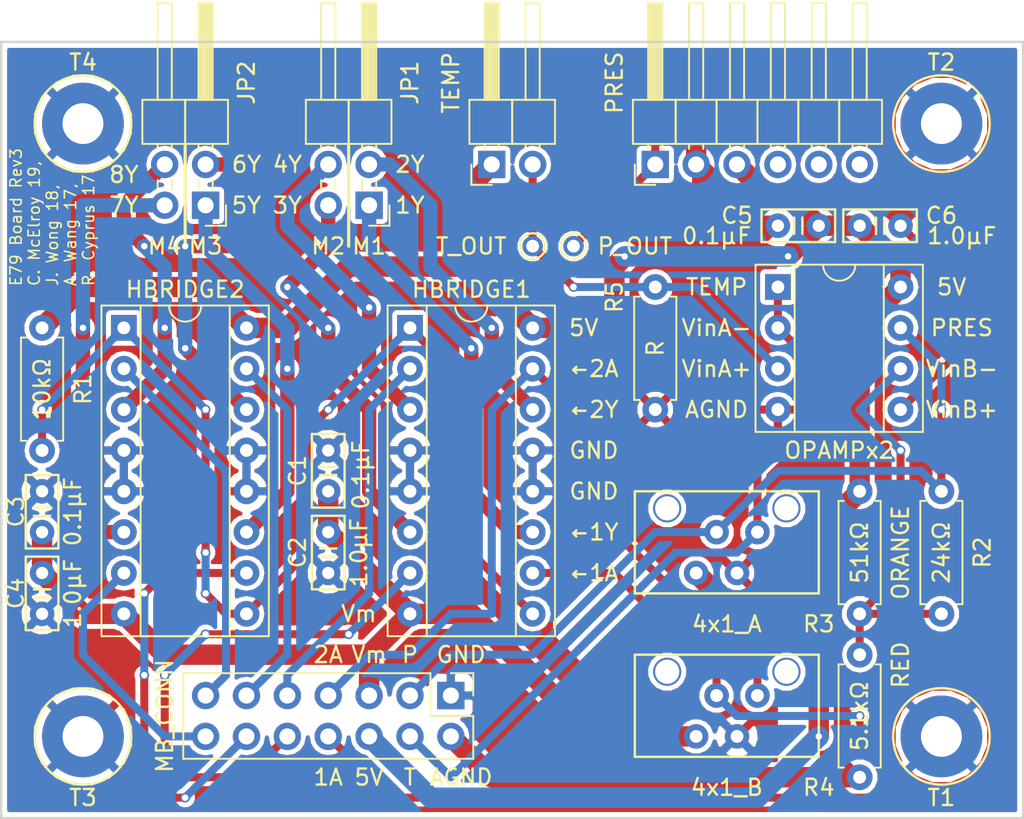
<source format=kicad_pcb>
(kicad_pcb (version 4) (host pcbnew 4.0.6)
  (layers (0 F.Cu signal) (31 B.Cu signal) (34 B.Paste user) (35 F.Paste user) (36 B.SilkS user) (37 F.SilkS user) (38 B.Mask user) (39 F.Mask user) (44 Edge.Cuts user))
  (net 0 "")
  (net 1 +5V)
  (net 2 PRES)
  (net 3 AGND)
  (net 4 TEMP)
  (net 5 Vm)
  (net 6 1A)
  (net 7 Earth)
  (net 8 2A)
  (net 9 pullup)
  (net 10 3A)
  (net 11 3Y)
  (net 12 2Y)
  (net 13 4Y)
  (net 14 1Y)
  (net 15 4A)
  (net 16 7A)
  (net 17 6A)
  (net 18 7Y)
  (net 19 6Y)
  (net 20 8Y)
  (net 21 5Y)
  (net 22 8A)
  (net 23 5A)
  (net 24 "Net-(OPAMP1-Pad5)")
  (net 25 "Net-(OPAMP1-Pad3)")
  (net 26 "Net-(OPAMP1-Pad6)")
  (module Pin_Headers:Pin_Header_Angled_1x06_Pitch2.54mm (layer F.Cu) (at 121.92 86.36 90)
    (fp_text reference PRES (at 5.08 -2.54 90) (layer F.SilkS))
    (fp_text value CONN_01x06_FEMALE hide)
    (pad 1 thru_hole rect (at 0 0 90) (size 1.7 1.7) (drill 1) (layers *.Cu *.Mask) (net 24 "Net-(OPAMP1-Pad5)"))
    (pad 2 thru_hole oval (at 0 2.54 90) (size 1.7 1.7) (drill 1) (layers *.Cu *.Mask) (net 3 AGND))
    (pad 3 thru_hole oval (at 0 5.08 90) (size 1.7 1.7) (drill 1) (layers *.Cu *.Mask) (net 1 +5V))
    (pad 4 thru_hole oval (at 0 7.62 90) (size 1.7 1.7) (drill 1) (layers *.Cu *.Mask))
    (pad 5 thru_hole oval (at 0 10.16 90) (size 1.7 1.7) (drill 1) (layers *.Cu *.Mask))
    (pad 6 thru_hole oval (at 0 12.7 90) (size 1.7 1.7) (drill 1) (layers *.Cu *.Mask))
  )
  (module MCB_footprints:Molex_Picoflex_Header_903250004 (layer F.Cu) (at 125.73 110.49)
    (fp_text reference 4x1_A (at 0.635 4.445) (layer F.SilkS))
    (fp_text value CONN_A hide)
    (pad ~ thru_hole circle (at -3.07 -2.75) (size 1.75 1.75) (drill 1.5) (layers *.Cu *.Mask))
    (pad 1 thru_hole circle (at -1.27 1.27) (size 1.524 1.524) (drill 0.8) (layers *.Cu *.Mask) (net 1 +5V))
    (pad 2 thru_hole circle (at 0 -1.27) (size 1.524 1.524) (drill 0.8) (layers *.Cu *.Mask) (net 2 PRES))
    (pad 3 thru_hole circle (at 1.27 1.27) (size 1.524 1.524) (drill 0.8) (layers *.Cu *.Mask) (net 3 AGND))
    (pad 4 thru_hole circle (at 2.54 -1.27) (size 1.524 1.524) (drill 0.8) (layers *.Cu *.Mask) (net 4 TEMP))
    (pad ~ thru_hole circle (at 4.34 -2.75) (size 1.75 1.75) (drill 1.5) (layers *.Cu *.Mask))
  )
  (module MCB_footprints:Molex_Picoflex_Header_903250004 (layer F.Cu) (at 125.73 120.65)
    (fp_text reference 4x1_B (at 0.635 4.445) (layer F.SilkS))
    (fp_text value CONN_B hide)
    (pad ~ thru_hole circle (at -3.07 -2.75) (size 1.75 1.75) (drill 1.5) (layers *.Cu *.Mask))
    (pad 1 thru_hole circle (at -1.27 1.27) (size 1.524 1.524) (drill 0.8) (layers *.Cu *.Mask) (net 5 Vm))
    (pad 2 thru_hole circle (at 0 -1.27) (size 1.524 1.524) (drill 0.8) (layers *.Cu *.Mask) (net 6 1A))
    (pad 3 thru_hole circle (at 1.27 1.27) (size 1.524 1.524) (drill 0.8) (layers *.Cu *.Mask) (net 7 Earth))
    (pad 4 thru_hole circle (at 2.54 -1.27) (size 1.524 1.524) (drill 0.8) (layers *.Cu *.Mask) (net 8 2A))
    (pad ~ thru_hole circle (at 4.34 -2.75) (size 1.75 1.75) (drill 1.5) (layers *.Cu *.Mask))
  )
  (module MCB_footprints:Standard_Capacitor (layer F.Cu) (at 101.6 104.14 270)
    (fp_text reference C1 (at 1.27 1.905 270) (layer F.SilkS))
    (fp_text value 0.1µF (at 1.524 -2.032 270) (layer F.SilkS))
    (pad 1 thru_hole circle (at 0 0 270) (size 1.524 1.524) (drill 0.762) (layers *.Cu *.Mask) (net 7 Earth))
    (pad 2 thru_hole circle (at 2.54 0 270) (size 1.524 1.524) (drill 0.762) (layers *.Cu *.Mask) (net 5 Vm))
  )
  (module MCB_footprints:Standard_Capacitor (layer F.Cu) (at 101.6 111.76 90)
    (fp_text reference C2 (at 1.27 -1.905 90) (layer F.SilkS))
    (fp_text value 1.0µF (at 1.27 1.905 90) (layer F.SilkS))
    (pad 1 thru_hole circle (at 0 0 90) (size 1.524 1.524) (drill 0.762) (layers *.Cu *.Mask) (net 7 Earth))
    (pad 2 thru_hole circle (at 2.54 0 90) (size 1.524 1.524) (drill 0.762) (layers *.Cu *.Mask) (net 5 Vm))
  )
  (module MCB_footprints:Standard_Capacitor (layer F.Cu) (at 83.82 106.68 270)
    (fp_text reference C3 (at 1.27 1.651 270) (layer F.SilkS))
    (fp_text value 0.1µF (at 1.27 -1.905 270) (layer F.SilkS))
    (pad 1 thru_hole circle (at 0 0 270) (size 1.524 1.524) (drill 0.762) (layers *.Cu *.Mask) (net 7 Earth))
    (pad 2 thru_hole circle (at 2.54 0 270) (size 1.524 1.524) (drill 0.762) (layers *.Cu *.Mask) (net 5 Vm))
  )
  (module MCB_footprints:Standard_Capacitor (layer F.Cu) (at 83.82 114.3 90)
    (fp_text reference C4 (at 1.27 -1.651 90) (layer F.SilkS))
    (fp_text value 1.0µF (at 1.27 1.905 90) (layer F.SilkS))
    (pad 1 thru_hole circle (at 0 0 90) (size 1.524 1.524) (drill 0.762) (layers *.Cu *.Mask) (net 7 Earth))
    (pad 2 thru_hole circle (at 2.54 0 90) (size 1.524 1.524) (drill 0.762) (layers *.Cu *.Mask) (net 5 Vm))
  )
  (module MCB_footprints:Standard_Capacitor (layer F.Cu) (at 129.54 90.17)
    (fp_text reference C5 (at -2.54 -0.635) (layer F.SilkS))
    (fp_text value 0.1µF (at -3.81 0.635) (layer F.SilkS))
    (pad 1 thru_hole circle (at 0 0) (size 1.524 1.524) (drill 0.762) (layers *.Cu *.Mask) (net 3 AGND))
    (pad 2 thru_hole circle (at 2.54 0) (size 1.524 1.524) (drill 0.762) (layers *.Cu *.Mask) (net 1 +5V))
  )
  (module MCB_footprints:Standard_Capacitor (layer F.Cu) (at 137.16 90.17 180)
    (fp_text reference C6 (at -2.54 0.635 180) (layer F.SilkS))
    (fp_text value 1.0µF (at -3.81 -0.635 180) (layer F.SilkS))
    (pad 1 thru_hole circle (at 0 0 180) (size 1.524 1.524) (drill 0.762) (layers *.Cu *.Mask) (net 3 AGND))
    (pad 2 thru_hole circle (at 2.54 0 180) (size 1.524 1.524) (drill 0.762) (layers *.Cu *.Mask) (net 1 +5V))
  )
  (module Housings_DIP:DIP-16_W7.62mm_Socket (layer F.Cu) (at 106.68 96.52)
    (fp_text reference HBRIDGE1 (at 3.81 -2.39) (layer F.SilkS))
    (fp_text value H-Bridge hide)
    (pad 1 thru_hole rect (at 0 0) (size 1.6 1.6) (drill 0.8) (layers *.Cu *.Mask) (net 9 pullup))
    (pad 9 thru_hole oval (at 7.62 17.78) (size 1.6 1.6) (drill 0.8) (layers *.Cu *.Mask) (net 9 pullup))
    (pad 2 thru_hole oval (at 0 2.54) (size 1.6 1.6) (drill 0.8) (layers *.Cu *.Mask) (net 15 4A))
    (pad 10 thru_hole oval (at 7.62 15.24) (size 1.6 1.6) (drill 0.8) (layers *.Cu *.Mask) (net 6 1A))
    (pad 3 thru_hole oval (at 0 5.08) (size 1.6 1.6) (drill 0.8) (layers *.Cu *.Mask) (net 13 4Y))
    (pad 11 thru_hole oval (at 7.62 12.7) (size 1.6 1.6) (drill 0.8) (layers *.Cu *.Mask) (net 14 1Y))
    (pad 4 thru_hole oval (at 0 7.62) (size 1.6 1.6) (drill 0.8) (layers *.Cu *.Mask) (net 7 Earth))
    (pad 12 thru_hole oval (at 7.62 10.16) (size 1.6 1.6) (drill 0.8) (layers *.Cu *.Mask) (net 7 Earth))
    (pad 5 thru_hole oval (at 0 10.16) (size 1.6 1.6) (drill 0.8) (layers *.Cu *.Mask) (net 7 Earth))
    (pad 13 thru_hole oval (at 7.62 7.62) (size 1.6 1.6) (drill 0.8) (layers *.Cu *.Mask) (net 7 Earth))
    (pad 6 thru_hole oval (at 0 12.7) (size 1.6 1.6) (drill 0.8) (layers *.Cu *.Mask) (net 11 3Y))
    (pad 14 thru_hole oval (at 7.62 5.08) (size 1.6 1.6) (drill 0.8) (layers *.Cu *.Mask) (net 12 2Y))
    (pad 7 thru_hole oval (at 0 15.24) (size 1.6 1.6) (drill 0.8) (layers *.Cu *.Mask) (net 10 3A))
    (pad 15 thru_hole oval (at 7.62 2.54) (size 1.6 1.6) (drill 0.8) (layers *.Cu *.Mask) (net 8 2A))
    (pad 8 thru_hole oval (at 0 17.78) (size 1.6 1.6) (drill 0.8) (layers *.Cu *.Mask) (net 5 Vm))
    (pad 16 thru_hole oval (at 7.62 0) (size 1.6 1.6) (drill 0.8) (layers *.Cu *.Mask) (net 1 +5V))
  )
  (module Housings_DIP:DIP-16_W7.62mm_Socket (layer F.Cu) (at 88.9 96.52)
    (fp_text reference HBRIDGE2 (at 3.81 -2.39) (layer F.SilkS))
    (fp_text value H-Bridge hide)
    (pad 1 thru_hole rect (at 0 0) (size 1.6 1.6) (drill 0.8) (layers *.Cu *.Mask) (net 9 pullup))
    (pad 9 thru_hole oval (at 7.62 17.78) (size 1.6 1.6) (drill 0.8) (layers *.Cu *.Mask) (net 9 pullup))
    (pad 2 thru_hole oval (at 0 2.54) (size 1.6 1.6) (drill 0.8) (layers *.Cu *.Mask) (net 22 8A))
    (pad 10 thru_hole oval (at 7.62 15.24) (size 1.6 1.6) (drill 0.8) (layers *.Cu *.Mask) (net 23 5A))
    (pad 3 thru_hole oval (at 0 5.08) (size 1.6 1.6) (drill 0.8) (layers *.Cu *.Mask) (net 20 8Y))
    (pad 11 thru_hole oval (at 7.62 12.7) (size 1.6 1.6) (drill 0.8) (layers *.Cu *.Mask) (net 21 5Y))
    (pad 4 thru_hole oval (at 0 7.62) (size 1.6 1.6) (drill 0.8) (layers *.Cu *.Mask) (net 7 Earth))
    (pad 12 thru_hole oval (at 7.62 10.16) (size 1.6 1.6) (drill 0.8) (layers *.Cu *.Mask) (net 7 Earth))
    (pad 5 thru_hole oval (at 0 10.16) (size 1.6 1.6) (drill 0.8) (layers *.Cu *.Mask) (net 7 Earth))
    (pad 13 thru_hole oval (at 7.62 7.62) (size 1.6 1.6) (drill 0.8) (layers *.Cu *.Mask) (net 7 Earth))
    (pad 6 thru_hole oval (at 0 12.7) (size 1.6 1.6) (drill 0.8) (layers *.Cu *.Mask) (net 18 7Y))
    (pad 14 thru_hole oval (at 7.62 5.08) (size 1.6 1.6) (drill 0.8) (layers *.Cu *.Mask) (net 19 6Y))
    (pad 7 thru_hole oval (at 0 15.24) (size 1.6 1.6) (drill 0.8) (layers *.Cu *.Mask) (net 16 7A))
    (pad 15 thru_hole oval (at 7.62 2.54) (size 1.6 1.6) (drill 0.8) (layers *.Cu *.Mask) (net 17 6A))
    (pad 8 thru_hole oval (at 0 17.78) (size 1.6 1.6) (drill 0.8) (layers *.Cu *.Mask) (net 5 Vm))
    (pad 16 thru_hole oval (at 7.62 0) (size 1.6 1.6) (drill 0.8) (layers *.Cu *.Mask) (net 1 +5V))
  )
  (module Housings_DIP:DIP-8_W7.62mm_Socket (layer F.Cu) (at 129.54 93.98)
    (fp_text reference OPAMPx2 (at 3.81 10.16) (layer F.SilkS))
    (fp_text value MCP6002_flip hide)
    (pad 1 thru_hole rect (at 0 0) (size 1.6 1.6) (drill 0.8) (layers *.Cu *.Mask) (net 4 TEMP))
    (pad 5 thru_hole oval (at 7.62 7.62) (size 1.6 1.6) (drill 0.8) (layers *.Cu *.Mask) (net 24 "Net-(OPAMP1-Pad5)"))
    (pad 2 thru_hole oval (at 0 2.54) (size 1.6 1.6) (drill 0.8) (layers *.Cu *.Mask) (net 4 TEMP))
    (pad 6 thru_hole oval (at 7.62 5.08) (size 1.6 1.6) (drill 0.8) (layers *.Cu *.Mask) (net 26 "Net-(OPAMP1-Pad6)"))
    (pad 3 thru_hole oval (at 0 5.08) (size 1.6 1.6) (drill 0.8) (layers *.Cu *.Mask) (net 25 "Net-(OPAMP1-Pad3)"))
    (pad 7 thru_hole oval (at 7.62 2.54) (size 1.6 1.6) (drill 0.8) (layers *.Cu *.Mask) (net 2 PRES))
    (pad 4 thru_hole oval (at 0 7.62) (size 1.6 1.6) (drill 0.8) (layers *.Cu *.Mask) (net 3 AGND))
    (pad 8 thru_hole oval (at 7.62 0) (size 1.6 1.6) (drill 0.8) (layers *.Cu *.Mask) (net 1 +5V))
  )
  (module MCB_footprints:TESTPOINT_SMALL (layer F.Cu) (at 116.84 91.44)
    (fp_text reference P_OUT (at 3.81 0) (layer F.SilkS))
    (fp_text value TEST_HOLE hide)
    (pad 1 thru_hole circle (at 0 0) (size 1.27 1.27) (drill 0.8) (layers *.Cu *.Mask) (net 24 "Net-(OPAMP1-Pad5)"))
  )
  (module Resistors_THT:R_Axial_DIN0207_L6.3mm_D2.5mm_P7.62mm_Horizontal (layer F.Cu) (at 83.82 96.52 270)
    (fp_text reference R1 (at 3.81 -2.54 270) (layer F.SilkS))
    (fp_text value 10kΩ (at 3.81 0 270) (layer F.SilkS))
    (pad 1 thru_hole circle (at 0 0 270) (size 1.6 1.6) (drill 0.8) (layers *.Cu *.Mask) (net 1 +5V))
    (pad 2 thru_hole oval (at 7.62 0 270) (size 1.6 1.6) (drill 0.8) (layers *.Cu *.Mask) (net 9 pullup))
  )
  (module Resistors_THT:R_Axial_DIN0207_L6.3mm_D2.5mm_P7.62mm_Horizontal (layer F.Cu) (at 139.7 114.3 90)
    (fp_text reference R2 (at 3.81 2.54 90) (layer F.SilkS))
    (fp_text value 24kΩ (at 3.81 0 90) (layer F.SilkS))
    (pad 1 thru_hole circle (at 0 0 90) (size 1.6 1.6) (drill 0.8) (layers *.Cu *.Mask) (net 26 "Net-(OPAMP1-Pad6)"))
    (pad 2 thru_hole oval (at 7.62 0 90) (size 1.6 1.6) (drill 0.8) (layers *.Cu *.Mask) (net 2 PRES))
  )
  (module Resistors_THT:R_Axial_DIN0207_L6.3mm_D2.5mm_P7.62mm_Horizontal (layer F.Cu) (at 134.62 114.3 90)
    (fp_text reference R3 (at -0.635 -2.54 180) (layer F.SilkS))
    (fp_text value 51kΩ (at 3.81 0 90) (layer F.SilkS))
    (pad 1 thru_hole circle (at 0 0 90) (size 1.6 1.6) (drill 0.8) (layers *.Cu *.Mask) (net 26 "Net-(OPAMP1-Pad6)"))
    (pad 2 thru_hole oval (at 7.62 0 90) (size 1.6 1.6) (drill 0.8) (layers *.Cu *.Mask) (net 1 +5V))
  )
  (module Resistors_THT:R_Axial_DIN0207_L6.3mm_D2.5mm_P7.62mm_Horizontal (layer F.Cu) (at 134.62 124.46 90)
    (fp_text reference R4 (at -0.635 -2.54 180) (layer F.SilkS))
    (fp_text value 5.1kΩ (at 3.81 0 90) (layer F.SilkS))
    (pad 1 thru_hole circle (at 0 0 90) (size 1.6 1.6) (drill 0.8) (layers *.Cu *.Mask) (net 3 AGND))
    (pad 2 thru_hole oval (at 7.62 0 90) (size 1.6 1.6) (drill 0.8) (layers *.Cu *.Mask) (net 26 "Net-(OPAMP1-Pad6)"))
  )
  (module Resistors_THT:R_Axial_DIN0207_L6.3mm_D2.5mm_P7.62mm_Horizontal (layer F.Cu) (at 121.92 101.6 90)
    (fp_text reference R5 (at 6.985 -2.54 90) (layer F.SilkS))
    (fp_text value R (at 3.81 0 90) (layer F.SilkS))
    (pad 1 thru_hole circle (at 0 0 90) (size 1.6 1.6) (drill 0.8) (layers *.Cu *.Mask) (net 3 AGND))
    (pad 2 thru_hole oval (at 7.62 0 90) (size 1.6 1.6) (drill 0.8) (layers *.Cu *.Mask) (net 25 "Net-(OPAMP1-Pad3)"))
  )
  (module MCB_footprints:TESTPOINT_LARGE (layer F.Cu) (at 139.7 121.92)
    (fp_text reference T1 (at 0 3.81) (layer F.SilkS))
    (fp_text value TEST_HOLE hide)
    (pad 1 thru_hole circle (at 0 0) (size 5.08 5.08) (drill 2.54) (layers *.Cu *.Mask) (net 7 Earth))
  )
  (module MCB_footprints:TESTPOINT_LARGE (layer F.Cu) (at 139.7 83.82)
    (fp_text reference T2 (at 0 -3.81) (layer F.SilkS))
    (fp_text value TEST_HOLE hide)
    (pad 1 thru_hole circle (at 0 0) (size 5.08 5.08) (drill 2.54) (layers *.Cu *.Mask) (net 7 Earth))
  )
  (module MCB_footprints:TESTPOINT_LARGE (layer F.Cu) (at 86.36 121.92)
    (fp_text reference T3 (at 0 3.81) (layer F.SilkS))
    (fp_text value TEST_HOLE hide)
    (pad 1 thru_hole circle (at 0 0) (size 5.08 5.08) (drill 2.54) (layers *.Cu *.Mask) (net 7 Earth))
  )
  (module MCB_footprints:TESTPOINT_LARGE (layer F.Cu) (at 86.36 83.82)
    (fp_text reference T4 (at 0 -3.81) (layer F.SilkS))
    (fp_text value TEST_HOLE hide)
    (pad 1 thru_hole circle (at 0 0) (size 5.08 5.08) (drill 2.54) (layers *.Cu *.Mask) (net 7 Earth))
  )
  (module MCB_footprints:TESTPOINT_SMALL (layer F.Cu) (at 114.3 91.44)
    (fp_text reference T_OUT (at -3.81 0) (layer F.SilkS))
    (fp_text value TEST_HOLE hide)
    (pad 1 thru_hole circle (at 0 0) (size 1.27 1.27) (drill 0.8) (layers *.Cu *.Mask) (net 25 "Net-(OPAMP1-Pad3)"))
  )
  (module Pin_Headers:Pin_Header_Angled_2x02_Pitch2.54mm (layer F.Cu) (at 104.14 88.9 90)
    (fp_text reference JP1 (at 7.62 2.54 270) (layer F.SilkS))
    (fp_text value MOTOR_OUT hide)
    (pad 1 thru_hole rect (at 0 0 270) (size 1.7 1.7) (drill 1) (layers *.Cu *.Mask) (net 14 1Y))
    (pad 2 thru_hole oval (at 2.54 0 270) (size 1.7 1.7) (drill 1) (layers *.Cu *.Mask) (net 12 2Y))
    (pad 3 thru_hole oval (at 0 -2.54 270) (size 1.7 1.7) (drill 1) (layers *.Cu *.Mask) (net 11 3Y))
    (pad 4 thru_hole oval (at 2.54 -2.54 270) (size 1.7 1.7) (drill 1) (layers *.Cu *.Mask) (net 13 4Y))
  )
  (module Pin_Headers:Pin_Header_Angled_2x02_Pitch2.54mm (layer F.Cu) (at 93.98 88.9 90)
    (fp_text reference JP2 (at 7.62 2.54 270) (layer F.SilkS))
    (fp_text value MOTOR_OUT hide)
    (pad 1 thru_hole rect (at 0 0 270) (size 1.7 1.7) (drill 1) (layers *.Cu *.Mask) (net 21 5Y))
    (pad 2 thru_hole oval (at 2.54 0 270) (size 1.7 1.7) (drill 1) (layers *.Cu *.Mask) (net 19 6Y))
    (pad 3 thru_hole oval (at 0 -2.54 270) (size 1.7 1.7) (drill 1) (layers *.Cu *.Mask) (net 18 7Y))
    (pad 4 thru_hole oval (at 2.54 -2.54 270) (size 1.7 1.7) (drill 1) (layers *.Cu *.Mask) (net 20 8Y))
  )
  (module Pin_Headers:Pin_Header_Angled_1x02_Pitch2.54mm (layer F.Cu) (at 111.76 86.36 90)
    (fp_text reference TEMP (at 5.08 -2.54 90) (layer F.SilkS))
    (fp_text value CONN_01X02_FEMALE hide)
    (pad 1 thru_hole rect (at 0 0 90) (size 1.7 1.7) (drill 1) (layers *.Cu *.Mask) (net 1 +5V))
    (pad 2 thru_hole oval (at 0 2.54 90) (size 1.7 1.7) (drill 1) (layers *.Cu *.Mask) (net 25 "Net-(OPAMP1-Pad3)"))
  )
  (module Pin_Headers:Pin_Header_Straight_2x07_Pitch2.54mm (layer F.Cu) (at 109.22 119.38 270)
    (fp_text reference MB_CONN (at 1.27 17.78 270) (layer F.SilkS))
    (fp_text value CONN_02X07 hide)
    (pad 1 thru_hole rect (at 0 0 270) (size 1.7 1.7) (drill 1) (layers *.Cu *.Mask) (net 7 Earth))
    (pad 14 thru_hole oval (at 2.54 0 270) (size 1.7 1.7) (drill 1) (layers *.Cu *.Mask) (net 3 AGND))
    (pad 2 thru_hole oval (at 0 2.54 270) (size 1.7 1.7) (drill 1) (layers *.Cu *.Mask) (net 2 PRES))
    (pad 13 thru_hole oval (at 2.54 2.54 270) (size 1.7 1.7) (drill 1) (layers *.Cu *.Mask) (net 4 TEMP))
    (pad 3 thru_hole oval (at 0 5.08 270) (size 1.7 1.7) (drill 1) (layers *.Cu *.Mask) (net 5 Vm))
    (pad 12 thru_hole oval (at 2.54 5.08 270) (size 1.7 1.7) (drill 1) (layers *.Cu *.Mask) (net 1 +5V))
    (pad 4 thru_hole oval (at 0 7.62 270) (size 1.7 1.7) (drill 1) (layers *.Cu *.Mask) (net 8 2A))
    (pad 11 thru_hole oval (at 2.54 7.62 270) (size 1.7 1.7) (drill 1) (layers *.Cu *.Mask) (net 6 1A))
    (pad 5 thru_hole oval (at 0 10.16 270) (size 1.7 1.7) (drill 1) (layers *.Cu *.Mask) (net 15 4A))
    (pad 10 thru_hole oval (at 2.54 10.16 270) (size 1.7 1.7) (drill 1) (layers *.Cu *.Mask) (net 10 3A))
    (pad 6 thru_hole oval (at 0 12.7 270) (size 1.7 1.7) (drill 1) (layers *.Cu *.Mask) (net 17 6A))
    (pad 9 thru_hole oval (at 2.54 12.7 270) (size 1.7 1.7) (drill 1) (layers *.Cu *.Mask) (net 23 5A))
    (pad 7 thru_hole oval (at 0 15.24 270) (size 1.7 1.7) (drill 1) (layers *.Cu *.Mask) (net 22 8A))
    (pad 8 thru_hole oval (at 2.54 15.24 270) (size 1.7 1.7) (drill 1) (layers *.Cu *.Mask) (net 16 7A))
  )
  (gr_text GND (at 118.11 104.14) (layer F.SilkS) (effects (font (size 1 1))))
  (gr_text ←2A (at 118.11 99.06) (layer F.SilkS) (effects (font (size 1 1))))
  (gr_text ←2Y (at 118.11 101.6) (layer F.SilkS) (effects (font (size 1 1))))
  (gr_text 1A (at 101.6 124.46) (layer F.SilkS) (effects (font (size 1 1))))
  (gr_text 5V (at 104.14 124.46) (layer F.SilkS) (effects (font (size 1 1))))
  (gr_text T (at 106.68 124.46) (layer F.SilkS) (effects (font (size 1 1))))
  (gr_text AGND (at 109.855 124.46) (layer F.SilkS) (effects (font (size 1 1))))
  (gr_text GND (at 109.855 116.84) (layer F.SilkS) (effects (font (size 1 1))))
  (gr_text P (at 106.68 116.84) (layer F.SilkS) (effects (font (size 1 1))))
  (gr_text Vm (at 104.14 116.84) (layer F.SilkS) (effects (font (size 1 1))))
  (gr_text 2A (at 101.6 116.84) (layer F.SilkS) (effects (font (size 1 1))))
  (gr_line (start 102.87 85.09) (end 102.87 91.44) (angle 90) (layer F.SilkS) (width 0.2))
  (gr_line (start 92.71 85.09) (end 92.71 91.44) (angle 90) (layer F.SilkS) (width 0.2))
  (gr_text "E79 Board Rev3\nC. McElroy 19,\nJ. Wong 18,\nA. Wang 17,\nR. Cyprus 17" (at 84.455 93.98 90) (layer F.SilkS) (effects (font (size 0.7 0.7) (thickness 0.1)) (justify left)))
  (gr_text M4 (at 91.44 91.44) (layer F.SilkS) (effects (font (size 1 1))))
  (gr_text M3 (at 93.98 91.44) (layer F.SilkS) (effects (font (size 1 1))))
  (gr_text M2 (at 101.6 91.44) (layer F.SilkS) (effects (font (size 1 1))))
  (gr_text M1 (at 104.14 91.44) (layer F.SilkS) (effects (font (size 1 1))))
  (gr_text 4Y (at 99.06 86.36) (layer F.SilkS) (effects (font (size 1 1))))
  (gr_text 3Y (at 99.06 88.9) (layer F.SilkS) (effects (font (size 1 1))))
  (gr_text 1Y (at 106.68 88.9) (layer F.SilkS) (effects (font (size 1 1))))
  (gr_text 2Y (at 106.68 86.36) (layer F.SilkS) (effects (font (size 1 1))))
  (gr_text 8Y (at 88.9 86.995) (layer F.SilkS) (effects (font (size 1 1))))
  (gr_text 7Y (at 88.9 88.9) (layer F.SilkS) (effects (font (size 1 1))))
  (gr_text 5Y (at 96.52 88.9) (layer F.SilkS) (effects (font (size 1 1))))
  (gr_text 6Y (at 96.52 86.36) (layer F.SilkS) (effects (font (size 1 1))))
  (gr_line (start 144.78 78.74) (end 81.28 78.74) (angle 90) (layer Edge.Cuts) (width 0.15))
  (gr_line (start 81.28 127) (end 144.78 127) (angle 90) (layer Edge.Cuts) (width 0.15))
  (gr_text VinB- (at 140.97 99.06) (layer F.SilkS) (effects (font (size 1 1))))
  (gr_text VinB+ (at 140.97 101.6) (layer F.SilkS) (effects (font (size 1 1))))
  (gr_text PRES (at 140.97 96.52) (layer F.SilkS) (effects (font (size 1 1))))
  (gr_text 5V (at 140.335 93.98) (layer F.SilkS) (effects (font (size 1 1))))
  (gr_text TEMP (at 125.73 93.98) (layer F.SilkS) (effects (font (size 1 1))))
  (gr_text VinA- (at 125.73 96.52) (layer F.SilkS) (effects (font (size 1 1))))
  (gr_text VinA+ (at 125.73 99.06) (layer F.SilkS) (effects (font (size 1 1))))
  (gr_text AGND (at 125.73 101.6) (layer F.SilkS) (effects (font (size 1 1))))
  (gr_text Vm (at 103.505 114.3) (layer F.SilkS) (effects (font (size 1 1))))
  (gr_text ←1A (at 118.11 111.76) (layer F.SilkS) (effects (font (size 1 1))))
  (gr_text ←1Y (at 118.11 109.22) (layer F.SilkS) (effects (font (size 1 1))))
  (gr_text GND (at 118.11 106.68) (layer F.SilkS) (effects (font (size 1 1))))
  (gr_text 5V (at 117.475 96.52) (layer F.SilkS) (effects (font (size 1 1))))
  (gr_text ORANGE (at 137.16 110.49 90) (layer F.SilkS) (effects (font (size 1 1))))
  (gr_text RED (at 137.16 117.475 90) (layer F.SilkS) (effects (font (size 1 1))))
  (gr_line (start 81.28 78.74) (end 81.28 127) (angle 90) (layer Edge.Cuts) (width 0.15))
  (gr_line (start 144.78 127) (end 144.78 78.74) (angle 90) (layer Edge.Cuts) (width 0.15))
  (via (at 130.175 92.075) (size 0.6) (drill 0.4) (layers F.Cu B.Cu) (net 1))
  (segment (start 118.11 96.52) (end 119.38 95.25) (width 1.27) (layer F.Cu) (net 1))
  (segment (start 119.38 95.25) (end 119.38 92.71) (width 1.27) (layer F.Cu) (net 1))
  (segment (start 119.38 92.71) (end 120.015 92.075) (width 1.27) (layer F.Cu) (net 1))
  (segment (start 132.08 90.17) (end 130.175 92.075) (width 1.27) (layer F.Cu) (net 1))
  (segment (start 118.11 96.52) (end 114.3 96.52) (width 1.27) (layer F.Cu) (net 1))
  (via (at 120.015 92.075) (size 0.6) (drill 0.4) (layers F.Cu B.Cu) (net 1))
  (segment (start 130.175 92.075) (end 120.015 92.075) (width 1.27) (layer B.Cu) (net 1))
  (segment (start 96.52 96.52) (end 93.98 93.98) (width 1.27) (layer F.Cu) (net 1))
  (segment (start 86.36 93.98) (end 83.82 96.52) (width 1.27) (layer F.Cu) (net 1))
  (segment (start 93.98 93.98) (end 86.36 93.98) (width 1.27) (layer F.Cu) (net 1))
  (segment (start 132.08 114.3) (end 132.08 109.22) (width 1.27) (layer F.Cu) (net 1))
  (segment (start 132.08 109.22) (end 134.62 106.68) (width 1.27) (layer F.Cu) (net 1))
  (segment (start 104.14 121.92) (end 107.95 125.73) (width 1.27) (layer B.Cu) (net 1))
  (segment (start 127 114.3) (end 124.46 111.76) (width 1.27) (layer F.Cu) (net 1))
  (segment (start 132.08 114.3) (end 127 114.3) (width 1.27) (layer F.Cu) (net 1))
  (segment (start 132.08 121.92) (end 132.08 114.3) (width 1.27) (layer F.Cu) (net 1))
  (via (at 132.08 121.92) (size 0.6) (drill 0.4) (layers F.Cu B.Cu) (net 1))
  (segment (start 128.27 125.73) (end 132.08 121.92) (width 1.27) (layer B.Cu) (net 1))
  (segment (start 107.95 125.73) (end 128.27 125.73) (width 1.27) (layer B.Cu) (net 1))
  (segment (start 110.49 92.71) (end 110.49 87.63) (width 1.27) (layer F.Cu) (net 1))
  (segment (start 110.49 87.63) (end 111.76 86.36) (width 1.27) (layer F.Cu) (net 1))
  (segment (start 137.16 93.98) (end 134.62 96.52) (width 1.27) (layer F.Cu) (net 1))
  (segment (start 134.62 96.52) (end 134.62 106.68) (width 1.27) (layer F.Cu) (net 1))
  (segment (start 134.62 90.17) (end 137.16 92.71) (width 1.27) (layer F.Cu) (net 1))
  (segment (start 137.16 92.71) (end 137.16 93.98) (width 1.27) (layer F.Cu) (net 1))
  (segment (start 132.08 90.17) (end 130.175 88.265) (width 1.27) (layer F.Cu) (net 1))
  (segment (start 128.905 88.265) (end 127 86.36) (width 1.27) (layer F.Cu) (net 1))
  (segment (start 130.175 88.265) (end 128.905 88.265) (width 1.27) (layer F.Cu) (net 1))
  (segment (start 132.08 90.17) (end 134.62 90.17) (width 1.27) (layer F.Cu) (net 1))
  (segment (start 114.3 96.52) (end 110.49 92.71) (width 1.27) (layer F.Cu) (net 1))
  (segment (start 110.49 92.71) (end 102.87 92.71) (width 1.27) (layer F.Cu) (net 1))
  (segment (start 99.06 96.52) (end 96.52 96.52) (width 1.27) (layer F.Cu) (net 1))
  (segment (start 102.87 92.71) (end 99.06 96.52) (width 1.27) (layer F.Cu) (net 1))
  (segment (start 106.68 119.38) (end 109.22 116.84) (width 0.5) (layer B.Cu) (net 2))
  (segment (start 121.92 109.22) (end 125.73 109.22) (width 0.5) (layer B.Cu) (net 2))
  (segment (start 114.3 116.84) (end 121.92 109.22) (width 0.5) (layer B.Cu) (net 2))
  (segment (start 109.22 116.84) (end 114.3 116.84) (width 0.5) (layer B.Cu) (net 2))
  (segment (start 138.43 105.41) (end 129.54 105.41) (width 0.5) (layer B.Cu) (net 2))
  (segment (start 139.7 106.68) (end 138.43 105.41) (width 0.5) (layer B.Cu) (net 2))
  (segment (start 129.54 105.41) (end 125.73 109.22) (width 0.5) (layer B.Cu) (net 2))
  (segment (start 137.16 96.52) (end 139.7 99.06) (width 0.5) (layer B.Cu) (net 2))
  (segment (start 139.7 101.6) (end 139.7 106.68) (width 0.5) (layer F.Cu) (net 2))
  (via (at 139.7 101.6) (size 0.6) (drill 0.4) (layers F.Cu B.Cu) (net 2))
  (segment (start 139.7 99.06) (end 139.7 101.6) (width 0.5) (layer B.Cu) (net 2))
  (segment (start 124.46 86.36) (end 124.46 85.09) (width 1.27) (layer F.Cu) (net 3))
  (segment (start 137.16 86.36) (end 137.16 90.17) (width 1.27) (layer F.Cu) (net 3))
  (segment (start 134.62 83.82) (end 137.16 86.36) (width 1.27) (layer F.Cu) (net 3))
  (segment (start 125.73 83.82) (end 134.62 83.82) (width 1.27) (layer F.Cu) (net 3))
  (segment (start 124.46 85.09) (end 125.73 83.82) (width 1.27) (layer F.Cu) (net 3))
  (segment (start 129.54 90.17) (end 128.27 90.17) (width 1.27) (layer F.Cu) (net 3))
  (segment (start 128.27 90.17) (end 124.46 86.36) (width 1.27) (layer F.Cu) (net 3))
  (segment (start 134.62 124.46) (end 111.76 124.46) (width 1.27) (layer F.Cu) (net 3))
  (segment (start 111.76 124.46) (end 109.22 121.92) (width 1.27) (layer F.Cu) (net 3))
  (segment (start 106.68 121.92) (end 109.22 124.46) (width 0.5) (layer B.Cu) (net 4))
  (segment (start 127 110.49) (end 128.27 109.22) (width 0.5) (layer B.Cu) (net 4))
  (segment (start 123.19 110.49) (end 127 110.49) (width 0.5) (layer B.Cu) (net 4))
  (segment (start 109.22 124.46) (end 123.19 110.49) (width 0.5) (layer B.Cu) (net 4))
  (segment (start 129.54 96.52) (end 132.08 99.06) (width 0.5) (layer F.Cu) (net 4))
  (segment (start 128.27 105.41) (end 128.27 109.22) (width 0.5) (layer F.Cu) (net 4))
  (segment (start 132.08 101.6) (end 128.27 105.41) (width 0.5) (layer F.Cu) (net 4))
  (segment (start 132.08 99.06) (end 132.08 101.6) (width 0.5) (layer F.Cu) (net 4))
  (segment (start 129.54 96.52) (end 129.54 93.98) (width 0.5) (layer F.Cu) (net 4))
  (segment (start 106.68 114.3) (end 110.49 114.3) (width 1.27) (layer F.Cu) (net 5))
  (segment (start 118.11 121.92) (end 124.46 121.92) (width 1.27) (layer F.Cu) (net 5))
  (segment (start 110.49 114.3) (end 118.11 121.92) (width 1.27) (layer F.Cu) (net 5))
  (segment (start 104.14 116.84) (end 91.44 116.84) (width 1.27) (layer F.Cu) (net 5))
  (segment (start 91.44 116.84) (end 88.9 114.3) (width 1.27) (layer F.Cu) (net 5))
  (segment (start 101.6 106.68) (end 101.6 109.22) (width 1.27) (layer F.Cu) (net 5))
  (segment (start 101.6 109.22) (end 106.68 114.3) (width 1.27) (layer F.Cu) (net 5))
  (segment (start 106.68 114.3) (end 104.14 116.84) (width 1.27) (layer F.Cu) (net 5))
  (segment (start 104.14 116.84) (end 104.14 119.38) (width 1.27) (layer F.Cu) (net 5))
  (segment (start 83.82 109.22) (end 83.82 111.76) (width 1.27) (layer F.Cu) (net 5))
  (segment (start 86.36 114.3) (end 88.9 114.3) (width 1.27) (layer F.Cu) (net 5))
  (segment (start 83.82 111.76) (end 86.36 114.3) (width 1.27) (layer F.Cu) (net 5))
  (segment (start 134.62 120.65) (end 127 120.65) (width 0.5) (layer B.Cu) (net 6))
  (segment (start 125.73 119.38) (end 127 120.65) (width 0.5) (layer B.Cu) (net 6))
  (via (at 134.62 120.65) (size 0.6) (drill 0.4) (layers F.Cu B.Cu) (net 6))
  (segment (start 105.41 125.73) (end 101.6 121.92) (width 0.5) (layer F.Cu) (net 6))
  (segment (start 137.16 124.46) (end 134.62 121.92) (width 0.5) (layer F.Cu) (net 6))
  (segment (start 137.16 125.73) (end 137.16 124.46) (width 0.5) (layer F.Cu) (net 6))
  (segment (start 105.41 125.73) (end 137.16 125.73) (width 0.5) (layer F.Cu) (net 6))
  (segment (start 134.62 120.65) (end 134.62 121.92) (width 0.5) (layer F.Cu) (net 6))
  (segment (start 125.73 119.38) (end 125.73 118.11) (width 0.5) (layer F.Cu) (net 6))
  (segment (start 119.38 111.76) (end 114.3 111.76) (width 0.5) (layer F.Cu) (net 6))
  (segment (start 125.73 118.11) (end 119.38 111.76) (width 0.5) (layer F.Cu) (net 6))
  (segment (start 101.6 119.38) (end 104.14 116.84) (width 0.5) (layer B.Cu) (net 8))
  (segment (start 111.76 101.6) (end 114.3 99.06) (width 0.5) (layer B.Cu) (net 8))
  (segment (start 111.76 114.3) (end 111.76 101.6) (width 0.5) (layer B.Cu) (net 8))
  (segment (start 109.22 114.3) (end 111.76 114.3) (width 0.5) (layer B.Cu) (net 8))
  (segment (start 106.68 116.84) (end 109.22 114.3) (width 0.5) (layer B.Cu) (net 8))
  (segment (start 104.14 116.84) (end 106.68 116.84) (width 0.5) (layer B.Cu) (net 8))
  (segment (start 128.27 119.38) (end 128.27 118.11) (width 0.5) (layer F.Cu) (net 8))
  (segment (start 119.38 104.14) (end 114.3 99.06) (width 0.5) (layer F.Cu) (net 8))
  (segment (start 119.38 109.22) (end 119.38 104.14) (width 0.5) (layer F.Cu) (net 8))
  (segment (start 128.27 118.11) (end 119.38 109.22) (width 0.5) (layer F.Cu) (net 8))
  (segment (start 100.33 102.87) (end 101.6 101.6) (width 0.5) (layer F.Cu) (net 9))
  (segment (start 100.33 110.49) (end 100.33 102.87) (width 0.5) (layer F.Cu) (net 9))
  (segment (start 96.52 114.3) (end 100.33 110.49) (width 0.5) (layer F.Cu) (net 9))
  (segment (start 101.6 101.6) (end 106.68 96.52) (width 0.5) (layer B.Cu) (net 9))
  (via (at 101.6 101.6) (size 0.6) (drill 0.4) (layers F.Cu B.Cu) (net 9))
  (segment (start 106.68 96.52) (end 109.22 99.06) (width 0.5) (layer F.Cu) (net 9))
  (segment (start 109.22 99.06) (end 109.22 109.22) (width 0.5) (layer F.Cu) (net 9))
  (segment (start 109.22 109.22) (end 114.3 114.3) (width 0.5) (layer F.Cu) (net 9))
  (segment (start 88.9 96.52) (end 93.98 101.6) (width 0.5) (layer B.Cu) (net 9))
  (segment (start 95.25 114.3) (end 96.52 114.3) (width 0.5) (layer F.Cu) (net 9))
  (segment (start 93.98 113.03) (end 95.25 114.3) (width 0.5) (layer F.Cu) (net 9))
  (via (at 93.98 113.03) (size 0.6) (drill 0.4) (layers F.Cu B.Cu) (net 9))
  (segment (start 93.98 110.49) (end 93.98 113.03) (width 0.5) (layer B.Cu) (net 9))
  (via (at 93.98 110.49) (size 0.6) (drill 0.4) (layers F.Cu B.Cu) (net 9))
  (segment (start 93.98 101.6) (end 93.98 110.49) (width 0.5) (layer F.Cu) (net 9))
  (via (at 93.98 101.6) (size 0.6) (drill 0.4) (layers F.Cu B.Cu) (net 9))
  (segment (start 83.82 104.14) (end 83.82 101.6) (width 0.5) (layer F.Cu) (net 9))
  (segment (start 83.82 101.6) (end 88.9 96.52) (width 0.5) (layer B.Cu) (net 9))
  (via (at 83.82 101.6) (size 0.6) (drill 0.4) (layers F.Cu B.Cu) (net 9))
  (segment (start 99.06 121.92) (end 96.52 124.46) (width 0.5) (layer F.Cu) (net 10))
  (segment (start 102.87 115.57) (end 106.68 111.76) (width 0.5) (layer B.Cu) (net 10))
  (via (at 102.87 115.57) (size 0.6) (drill 0.4) (layers F.Cu B.Cu) (net 10))
  (segment (start 93.98 115.57) (end 102.87 115.57) (width 0.5) (layer F.Cu) (net 10))
  (via (at 93.98 115.57) (size 0.6) (drill 0.4) (layers F.Cu B.Cu) (net 10))
  (segment (start 91.44 118.11) (end 93.98 115.57) (width 0.5) (layer B.Cu) (net 10))
  (via (at 91.44 118.11) (size 0.6) (drill 0.4) (layers F.Cu B.Cu) (net 10))
  (segment (start 91.44 124.46) (end 91.44 118.11) (width 0.5) (layer F.Cu) (net 10))
  (segment (start 96.52 124.46) (end 91.44 124.46) (width 0.5) (layer F.Cu) (net 10))
  (segment (start 106.68 109.22) (end 104.14 106.68) (width 0.89) (layer F.Cu) (net 11))
  (segment (start 101.6 91.44) (end 101.6 88.9) (width 0.89) (layer F.Cu) (net 11))
  (segment (start 99.06 93.98) (end 101.6 91.44) (width 0.89) (layer F.Cu) (net 11))
  (via (at 99.06 93.98) (size 0.6) (drill 0.4) (layers F.Cu B.Cu) (net 11))
  (segment (start 101.6 96.52) (end 99.06 93.98) (width 0.89) (layer B.Cu) (net 11))
  (via (at 101.6 96.52) (size 0.6) (drill 0.4) (layers F.Cu B.Cu) (net 11))
  (segment (start 101.6 99.06) (end 101.6 96.52) (width 0.89) (layer F.Cu) (net 11))
  (segment (start 104.14 101.6) (end 101.6 99.06) (width 0.89) (layer F.Cu) (net 11))
  (segment (start 104.14 106.68) (end 104.14 101.6) (width 0.89) (layer F.Cu) (net 11))
  (segment (start 114.3 101.6) (end 111.76 99.06) (width 0.89) (layer F.Cu) (net 12))
  (segment (start 105.41 86.36) (end 104.14 86.36) (width 0.89) (layer B.Cu) (net 12))
  (segment (start 107.95 88.9) (end 105.41 86.36) (width 0.89) (layer B.Cu) (net 12))
  (segment (start 107.95 92.71) (end 107.95 88.9) (width 0.89) (layer B.Cu) (net 12))
  (segment (start 111.76 96.52) (end 107.95 92.71) (width 0.89) (layer B.Cu) (net 12))
  (via (at 111.76 96.52) (size 0.6) (drill 0.4) (layers F.Cu B.Cu) (net 12))
  (segment (start 111.76 99.06) (end 111.76 96.52) (width 0.89) (layer F.Cu) (net 12))
  (segment (start 106.68 101.6) (end 104.14 99.06) (width 0.89) (layer F.Cu) (net 13))
  (segment (start 99.06 88.9) (end 101.6 86.36) (width 0.89) (layer B.Cu) (net 13))
  (segment (start 99.06 90.17) (end 99.06 88.9) (width 0.89) (layer B.Cu) (net 13))
  (segment (start 104.14 95.25) (end 99.06 90.17) (width 0.89) (layer B.Cu) (net 13))
  (via (at 104.14 95.25) (size 0.6) (drill 0.4) (layers F.Cu B.Cu) (net 13))
  (segment (start 104.14 99.06) (end 104.14 95.25) (width 0.89) (layer F.Cu) (net 13))
  (segment (start 114.3 109.22) (end 113.03 109.22) (width 0.89) (layer F.Cu) (net 14))
  (segment (start 104.14 91.44) (end 104.14 88.9) (width 0.89) (layer B.Cu) (net 14))
  (segment (start 110.49 97.79) (end 104.14 91.44) (width 0.89) (layer B.Cu) (net 14))
  (via (at 110.49 97.79) (size 0.6) (drill 0.4) (layers F.Cu B.Cu) (net 14))
  (segment (start 110.49 106.68) (end 110.49 97.79) (width 0.89) (layer F.Cu) (net 14))
  (segment (start 113.03 109.22) (end 110.49 106.68) (width 0.89) (layer F.Cu) (net 14))
  (segment (start 99.06 119.38) (end 99.06 118.11) (width 0.5) (layer B.Cu) (net 15))
  (segment (start 104.14 101.6) (end 106.68 99.06) (width 0.5) (layer B.Cu) (net 15))
  (segment (start 104.14 113.03) (end 104.14 101.6) (width 0.5) (layer B.Cu) (net 15))
  (segment (start 99.06 118.11) (end 104.14 113.03) (width 0.5) (layer B.Cu) (net 15))
  (segment (start 86.36 114.3) (end 88.9 111.76) (width 0.5) (layer B.Cu) (net 16))
  (segment (start 86.36 116.84) (end 86.36 114.3) (width 0.5) (layer B.Cu) (net 16))
  (segment (start 91.44 121.92) (end 86.36 116.84) (width 0.5) (layer B.Cu) (net 16))
  (segment (start 93.98 121.92) (end 91.44 121.92) (width 0.5) (layer B.Cu) (net 16))
  (segment (start 96.52 119.38) (end 99.06 116.84) (width 0.5) (layer B.Cu) (net 17))
  (segment (start 99.06 101.6) (end 96.52 99.06) (width 0.5) (layer B.Cu) (net 17))
  (segment (start 99.06 116.84) (end 99.06 101.6) (width 0.5) (layer B.Cu) (net 17))
  (segment (start 88.9 109.22) (end 87.63 109.22) (width 0.89) (layer F.Cu) (net 18))
  (segment (start 86.36 88.9) (end 91.44 88.9) (width 0.89) (layer B.Cu) (net 18))
  (segment (start 86.36 96.52) (end 86.36 88.9) (width 0.89) (layer B.Cu) (net 18))
  (via (at 86.36 96.52) (size 0.6) (drill 0.4) (layers F.Cu B.Cu) (net 18))
  (segment (start 86.36 107.95) (end 86.36 96.52) (width 0.89) (layer F.Cu) (net 18))
  (segment (start 87.63 109.22) (end 86.36 107.95) (width 0.89) (layer F.Cu) (net 18))
  (segment (start 96.52 101.6) (end 92.71 97.79) (width 0.89) (layer F.Cu) (net 19))
  (segment (start 95.25 86.36) (end 93.98 86.36) (width 0.89) (layer F.Cu) (net 19))
  (segment (start 96.52 87.63) (end 95.25 86.36) (width 0.89) (layer F.Cu) (net 19))
  (segment (start 96.52 91.44) (end 96.52 87.63) (width 0.89) (layer F.Cu) (net 19))
  (segment (start 92.71 91.44) (end 96.52 91.44) (width 0.89) (layer F.Cu) (net 19))
  (via (at 92.71 91.44) (size 0.6) (drill 0.4) (layers F.Cu B.Cu) (net 19))
  (segment (start 92.71 97.79) (end 92.71 91.44) (width 0.89) (layer B.Cu) (net 19))
  (via (at 92.71 97.79) (size 0.6) (drill 0.4) (layers F.Cu B.Cu) (net 19))
  (segment (start 88.9 101.6) (end 91.44 99.06) (width 0.89) (layer F.Cu) (net 20))
  (segment (start 88.9 88.9) (end 91.44 86.36) (width 0.89) (layer F.Cu) (net 20))
  (segment (start 88.9 90.17) (end 88.9 88.9) (width 0.89) (layer F.Cu) (net 20))
  (segment (start 90.17 91.44) (end 88.9 90.17) (width 0.89) (layer F.Cu) (net 20))
  (via (at 90.17 91.44) (size 0.6) (drill 0.4) (layers F.Cu B.Cu) (net 20))
  (segment (start 91.44 92.71) (end 90.17 91.44) (width 0.89) (layer B.Cu) (net 20))
  (segment (start 91.44 96.52) (end 91.44 92.71) (width 0.89) (layer B.Cu) (net 20))
  (via (at 91.44 96.52) (size 0.6) (drill 0.4) (layers F.Cu B.Cu) (net 20))
  (segment (start 91.44 99.06) (end 91.44 96.52) (width 0.89) (layer F.Cu) (net 20))
  (segment (start 96.52 109.22) (end 99.06 106.68) (width 0.89) (layer F.Cu) (net 21))
  (segment (start 93.98 91.44) (end 93.98 88.9) (width 0.89) (layer B.Cu) (net 21))
  (segment (start 99.06 96.52) (end 93.98 91.44) (width 0.89) (layer B.Cu) (net 21))
  (segment (start 99.06 99.06) (end 99.06 96.52) (width 0.89) (layer B.Cu) (net 21))
  (via (at 99.06 99.06) (size 0.6) (drill 0.4) (layers F.Cu B.Cu) (net 21))
  (segment (start 99.06 106.68) (end 99.06 99.06) (width 0.89) (layer F.Cu) (net 21))
  (segment (start 93.98 119.38) (end 95.25 118.11) (width 0.5) (layer B.Cu) (net 22))
  (segment (start 95.25 105.41) (end 88.9 99.06) (width 0.5) (layer B.Cu) (net 22))
  (segment (start 95.25 118.11) (end 95.25 105.41) (width 0.5) (layer B.Cu) (net 22))
  (segment (start 96.52 121.92) (end 92.71 125.73) (width 0.5) (layer B.Cu) (net 23))
  (segment (start 91.44 111.76) (end 96.52 111.76) (width 0.5) (layer F.Cu) (net 23))
  (segment (start 90.17 113.03) (end 91.44 111.76) (width 0.5) (layer F.Cu) (net 23))
  (via (at 90.17 113.03) (size 0.6) (drill 0.4) (layers F.Cu B.Cu) (net 23))
  (segment (start 90.17 118.11) (end 90.17 113.03) (width 0.5) (layer B.Cu) (net 23))
  (via (at 90.17 118.11) (size 0.6) (drill 0.4) (layers F.Cu B.Cu) (net 23))
  (segment (start 90.17 125.73) (end 90.17 118.11) (width 0.5) (layer F.Cu) (net 23))
  (segment (start 92.71 125.73) (end 90.17 125.73) (width 0.5) (layer F.Cu) (net 23))
  (via (at 92.71 125.73) (size 0.6) (drill 0.4) (layers F.Cu B.Cu) (net 23))
  (segment (start 121.92 86.36) (end 121.92 85.09) (width 0.5) (layer F.Cu) (net 24))
  (segment (start 143.51 95.25) (end 137.16 101.6) (width 0.5) (layer F.Cu) (net 24))
  (segment (start 143.51 82.55) (end 143.51 95.25) (width 0.5) (layer F.Cu) (net 24))
  (segment (start 140.97 80.01) (end 143.51 82.55) (width 0.5) (layer F.Cu) (net 24))
  (segment (start 127 80.01) (end 140.97 80.01) (width 0.5) (layer F.Cu) (net 24))
  (segment (start 121.92 85.09) (end 127 80.01) (width 0.5) (layer F.Cu) (net 24))
  (segment (start 121.92 86.36) (end 116.84 91.44) (width 0.5) (layer F.Cu) (net 24))
  (segment (start 121.92 93.98) (end 124.46 93.98) (width 0.5) (layer B.Cu) (net 25))
  (segment (start 124.46 93.98) (end 129.54 99.06) (width 0.5) (layer B.Cu) (net 25))
  (segment (start 114.3 86.36) (end 114.3 91.44) (width 0.5) (layer F.Cu) (net 25))
  (segment (start 114.3 91.44) (end 116.84 93.98) (width 0.5) (layer F.Cu) (net 25))
  (via (at 116.84 93.98) (size 0.6) (drill 0.4) (layers F.Cu B.Cu) (net 25))
  (segment (start 116.84 93.98) (end 121.92 93.98) (width 0.5) (layer B.Cu) (net 25))
  (segment (start 134.62 114.3) (end 139.7 114.3) (width 0.5) (layer F.Cu) (net 26))
  (segment (start 134.62 114.3) (end 134.62 116.84) (width 0.5) (layer F.Cu) (net 26))
  (segment (start 137.16 99.06) (end 134.62 101.6) (width 0.5) (layer B.Cu) (net 26))
  (segment (start 137.16 111.76) (end 134.62 114.3) (width 0.5) (layer F.Cu) (net 26))
  (segment (start 137.16 104.14) (end 137.16 111.76) (width 0.5) (layer F.Cu) (net 26))
  (via (at 137.16 104.14) (size 0.6) (drill 0.4) (layers F.Cu B.Cu) (net 26))
  (segment (start 134.62 101.6) (end 137.16 104.14) (width 0.5) (layer B.Cu) (net 26))
  (zone (net 7) (net_name Earth) (layer B.Cu) (connect_pads (clearance 0.3)) (min_thickness 0.254) (fill yes (arc_segments 16) (thermal_gap 0.508) (thermal_bridge_width 0.508))
    (polygon (pts (xy 144.78 127) (xy 81.28 127) (xy 81.28 78.74) (xy 144.78 78.74)))
  )
  (zone (net 3) (net_name AGND) (layer F.Cu) (connect_pads (clearance 0.3)) (min_thickness 0.254) (fill yes (arc_segments 16) (thermal_gap 0.508) (thermal_bridge_width 0.508))
    (polygon (pts (xy 144.78 78.74) (xy 119.38 78.74) (xy 119.38 114.3) (xy 132.08 114.3) (xy 132.08 127) (xy 144.78 127)))
  )
  (zone (net 7) (net_name Earth) (layer F.Cu) (connect_pads (clearance 0.3)) (min_thickness 0.254) (fill yes (arc_segments 16) (thermal_gap 0.508) (thermal_bridge_width 0.508))
    (polygon (pts (xy 129.54 127) (xy 129.54 118.11) (xy 118.11 118.11) (xy 115.57 115.57) (xy 115.57 78.74) (xy 81.28 78.74) (xy 81.28 127)))
  )
)
</source>
